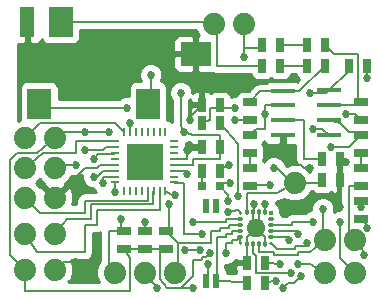
<source format=gtl>
G04 (created by PCBNEW (2013-jul-07)-stable) date Fri 27 Jan 2017 11:51:30 PM EST*
%MOIN*%
G04 Gerber Fmt 3.4, Leading zero omitted, Abs format*
%FSLAX34Y34*%
G01*
G70*
G90*
G04 APERTURE LIST*
%ADD10C,0.00590551*%
%ADD11R,0.0133X0.0133*%
%ADD12O,0.011X0.024*%
%ADD13O,0.0133X0.0133*%
%ADD14O,0.024X0.011*%
%ADD15O,0.0629X0.0629*%
%ADD16R,0.0314X0.0112*%
%ADD17R,0.0112X0.0314*%
%ADD18R,0.124X0.124*%
%ADD19C,0.074*%
%ADD20R,0.045X0.025*%
%ADD21R,0.025X0.045*%
%ADD22R,0.0314X0.0314*%
%ADD23R,0.0236X0.0472*%
%ADD24R,0.0826772X0.0161417*%
%ADD25R,0.0787X0.0984*%
%ADD26R,0.0472X0.0984*%
%ADD27R,0.0984X0.0787*%
%ADD28C,0.027*%
%ADD29C,0.006*%
%ADD30C,0.01*%
G04 APERTURE END LIST*
G54D10*
G54D11*
X16998Y-11599D03*
G54D12*
X16795Y-11575D03*
X16598Y-11575D03*
X16402Y-11575D03*
X16205Y-11575D03*
G54D13*
X16002Y-11602D03*
G54D14*
X15975Y-11805D03*
X15975Y-12002D03*
X15975Y-12198D03*
X15975Y-12395D03*
G54D13*
X16002Y-12598D03*
G54D12*
X16205Y-12625D03*
X16402Y-12625D03*
X16598Y-12625D03*
X16795Y-12625D03*
G54D13*
X16998Y-12598D03*
G54D14*
X17025Y-12395D03*
X17025Y-12198D03*
X17025Y-12002D03*
X17025Y-11805D03*
G54D15*
X16500Y-12100D03*
G54D16*
X13784Y-10588D03*
X13784Y-10392D03*
X13784Y-10195D03*
X13784Y-9998D03*
X13784Y-9802D03*
X13784Y-9605D03*
X13784Y-9408D03*
X13784Y-9212D03*
G54D17*
X13488Y-8916D03*
X13292Y-8916D03*
X13095Y-8916D03*
X12898Y-8916D03*
X12702Y-8916D03*
X12505Y-8916D03*
X12308Y-8916D03*
X12112Y-8916D03*
G54D16*
X11816Y-9212D03*
X11816Y-9408D03*
X11816Y-9605D03*
X11816Y-9802D03*
X11816Y-9998D03*
X11816Y-10195D03*
X11816Y-10392D03*
X11816Y-10588D03*
G54D17*
X12112Y-10884D03*
X12308Y-10884D03*
X12505Y-10884D03*
X12702Y-10884D03*
X12898Y-10884D03*
X13095Y-10884D03*
X13292Y-10884D03*
X13488Y-10884D03*
G54D18*
X12800Y-9900D03*
G54D19*
X8800Y-9100D03*
X9800Y-9100D03*
X8800Y-10100D03*
X9800Y-10100D03*
X8800Y-11100D03*
X9800Y-11100D03*
X15100Y-5300D03*
X16100Y-5300D03*
X9800Y-12300D03*
X8800Y-12300D03*
X8800Y-13500D03*
X9800Y-13500D03*
G54D20*
X16300Y-8500D03*
X16300Y-7900D03*
G54D21*
X17300Y-6700D03*
X16700Y-6700D03*
G54D20*
X20000Y-10700D03*
X20000Y-10100D03*
X16300Y-10700D03*
X16300Y-10100D03*
X16300Y-9600D03*
X16300Y-9000D03*
X20000Y-8500D03*
X20000Y-7900D03*
X20000Y-9600D03*
X20000Y-9000D03*
G54D21*
X18700Y-9800D03*
X19300Y-9800D03*
X18800Y-6000D03*
X18200Y-6000D03*
X18800Y-6700D03*
X18200Y-6700D03*
X17300Y-6000D03*
X16700Y-6000D03*
X15300Y-9400D03*
X14700Y-9400D03*
X19600Y-6700D03*
X20200Y-6700D03*
G54D20*
X20000Y-11800D03*
X20000Y-11200D03*
G54D21*
X15300Y-10200D03*
X14700Y-10200D03*
X15300Y-8000D03*
X14700Y-8000D03*
X14700Y-8600D03*
X15300Y-8600D03*
G54D20*
X12800Y-12800D03*
X12800Y-12200D03*
G54D21*
X19300Y-10500D03*
X18700Y-10500D03*
G54D20*
X13500Y-12800D03*
X13500Y-12200D03*
X12100Y-12800D03*
X12100Y-12200D03*
G54D21*
X16796Y-13267D03*
X16196Y-13267D03*
X16196Y-13937D03*
X16796Y-13937D03*
G54D22*
X14705Y-10700D03*
X15295Y-10700D03*
G54D23*
X14828Y-11384D03*
X15182Y-11384D03*
X15182Y-13864D03*
X14828Y-13864D03*
G54D24*
X17401Y-7551D03*
X17401Y-8019D03*
X17401Y-8519D03*
X17401Y-9019D03*
X18937Y-7519D03*
X18937Y-8019D03*
X18937Y-8519D03*
X18937Y-9019D03*
G54D25*
X9992Y-5242D03*
G54D26*
X8890Y-5242D03*
G54D25*
X9284Y-7958D03*
X12906Y-7958D03*
G54D27*
X14500Y-6305D03*
G54D19*
X13800Y-13600D03*
X12800Y-13600D03*
X11800Y-13600D03*
X18800Y-13600D03*
X19800Y-13600D03*
X19800Y-12500D03*
X18800Y-12500D03*
X17800Y-10600D03*
G54D28*
X18000Y-13700D03*
X17400Y-14100D03*
X14400Y-14100D03*
X14100Y-8900D03*
X11600Y-8900D03*
X14960Y-12952D03*
X15511Y-12952D03*
X18200Y-12600D03*
X20200Y-12100D03*
X10800Y-9500D03*
X10800Y-8900D03*
X14000Y-7600D03*
X18300Y-7600D03*
X13800Y-11000D03*
X19300Y-11900D03*
X18400Y-11900D03*
X14700Y-12300D03*
X17900Y-13300D03*
X17900Y-12300D03*
X13000Y-7000D03*
X16100Y-6400D03*
X18740Y-11456D03*
X16968Y-10669D03*
X12300Y-8600D03*
X10500Y-10000D03*
X20100Y-13000D03*
X17677Y-13602D03*
X17100Y-10100D03*
X14200Y-10300D03*
X11100Y-10400D03*
X14400Y-11900D03*
X13200Y-14100D03*
X12800Y-11900D03*
X11800Y-10900D03*
X13600Y-11300D03*
X11400Y-10600D03*
X12000Y-11800D03*
X15590Y-11574D03*
X14300Y-8500D03*
X15590Y-11220D03*
X16456Y-11299D03*
X15629Y-10590D03*
X15787Y-13543D03*
X17165Y-13858D03*
X14645Y-12834D03*
X14133Y-12834D03*
X10511Y-13228D03*
X14200Y-9500D03*
X17500Y-9800D03*
X19300Y-11400D03*
X20000Y-11400D03*
X18300Y-10100D03*
X18400Y-8800D03*
X20200Y-7100D03*
X19500Y-9900D03*
X15600Y-10000D03*
X11100Y-9800D03*
X15800Y-8100D03*
X12200Y-8100D03*
X16800Y-11300D03*
X15900Y-11042D03*
X17600Y-12500D03*
X17300Y-13300D03*
X14900Y-13300D03*
X19000Y-9400D03*
X15800Y-8500D03*
X16800Y-8300D03*
X19500Y-8300D03*
G54D29*
X17400Y-14100D02*
X17562Y-13937D01*
X17762Y-13937D02*
X18000Y-13700D01*
X17562Y-13937D02*
X17762Y-13937D01*
X8800Y-13500D02*
X8307Y-13007D01*
X9212Y-9606D02*
X9800Y-9100D01*
X9133Y-9606D02*
X9212Y-9606D01*
X8543Y-9606D02*
X9133Y-9606D01*
X8346Y-9803D02*
X8543Y-9606D01*
X8307Y-9803D02*
X8346Y-9803D01*
X8307Y-13007D02*
X8307Y-9803D01*
X14400Y-13188D02*
X14685Y-13188D01*
X14842Y-13070D02*
X14960Y-12952D01*
X14724Y-13070D02*
X14842Y-13070D01*
X14724Y-13149D02*
X14724Y-13070D01*
X14685Y-13188D02*
X14724Y-13149D01*
X13784Y-9998D02*
X13786Y-10000D01*
X13786Y-10000D02*
X14400Y-10000D01*
X14400Y-10000D02*
X14400Y-9800D01*
X14400Y-9800D02*
X15300Y-9800D01*
X15300Y-9800D02*
X15300Y-9400D01*
X14400Y-9000D02*
X15300Y-9000D01*
X15300Y-9000D02*
X15300Y-9400D01*
X14000Y-14100D02*
X14400Y-14100D01*
X10800Y-8900D02*
X11600Y-8900D01*
X18300Y-7600D02*
X18856Y-7600D01*
X18856Y-7600D02*
X18937Y-7519D01*
X13500Y-12800D02*
X13300Y-12900D01*
X15870Y-12500D02*
X15975Y-12395D01*
X15511Y-12952D02*
X15511Y-12598D01*
X15511Y-12598D02*
X15700Y-12600D01*
X15700Y-12600D02*
X15700Y-12500D01*
X15700Y-12500D02*
X15870Y-12500D01*
X14400Y-13700D02*
X14400Y-13188D01*
X14000Y-14100D02*
X14400Y-13700D01*
X13543Y-14094D02*
X14000Y-14100D01*
X13300Y-13800D02*
X13543Y-14094D01*
X13300Y-12900D02*
X13300Y-13800D01*
X15975Y-12395D02*
X15975Y-12571D01*
X15975Y-12571D02*
X16002Y-12598D01*
X16998Y-12598D02*
X17200Y-12800D01*
X17200Y-12800D02*
X17700Y-12800D01*
X17700Y-12800D02*
X17800Y-12800D01*
X17800Y-12800D02*
X17800Y-12700D01*
X17800Y-12700D02*
X18100Y-12700D01*
X18100Y-12700D02*
X18200Y-12600D01*
X20200Y-12000D02*
X20000Y-11800D01*
X20200Y-12100D02*
X20200Y-12000D01*
X12100Y-12800D02*
X12300Y-13100D01*
X12300Y-13100D02*
X12300Y-14200D01*
X12300Y-14200D02*
X8800Y-14200D01*
X8800Y-14200D02*
X8800Y-13500D01*
X9800Y-9100D02*
X10000Y-8900D01*
X10000Y-8900D02*
X10800Y-8900D01*
X11808Y-9400D02*
X11816Y-9408D01*
X11500Y-9400D02*
X11808Y-9400D01*
X11400Y-9500D02*
X11500Y-9400D01*
X10800Y-9500D02*
X11400Y-9500D01*
X13786Y-10000D02*
X14400Y-10000D01*
X18937Y-7519D02*
X19600Y-6856D01*
X19600Y-6856D02*
X19600Y-6700D01*
X12800Y-12800D02*
X13500Y-12800D01*
X12800Y-12800D02*
X12100Y-12800D01*
X14100Y-8900D02*
X14100Y-8900D01*
X14400Y-9000D02*
X14100Y-8900D01*
X14100Y-8900D02*
X14000Y-8700D01*
X14000Y-8700D02*
X14000Y-8700D01*
X14000Y-8700D02*
X14000Y-7600D01*
X8800Y-11100D02*
X9300Y-11600D01*
X9300Y-11600D02*
X10800Y-11600D01*
X12898Y-10884D02*
X12900Y-10886D01*
X10800Y-11200D02*
X10800Y-11600D01*
X12900Y-11200D02*
X10800Y-11200D01*
X12900Y-10886D02*
X12900Y-11200D01*
X13488Y-10884D02*
X13704Y-11000D01*
X13704Y-11000D02*
X13800Y-11000D01*
X17025Y-12002D02*
X17027Y-12000D01*
X19300Y-13100D02*
X19800Y-13600D01*
X19300Y-11900D02*
X19300Y-13100D01*
X17700Y-11900D02*
X18400Y-11900D01*
X17700Y-12000D02*
X17700Y-11900D01*
X17027Y-12000D02*
X17700Y-12000D01*
X13784Y-10588D02*
X13796Y-10600D01*
X14100Y-12300D02*
X14700Y-12300D01*
X14100Y-10600D02*
X14100Y-12300D01*
X13796Y-10600D02*
X14100Y-10600D01*
X17025Y-12198D02*
X17027Y-12200D01*
X18300Y-13300D02*
X18800Y-13600D01*
X17900Y-13300D02*
X18300Y-13300D01*
X17900Y-12200D02*
X17900Y-12300D01*
X17027Y-12200D02*
X17900Y-12200D01*
X16100Y-6100D02*
X16100Y-6400D01*
X13000Y-7864D02*
X12906Y-7958D01*
X13000Y-7000D02*
X13000Y-7864D01*
X16100Y-5300D02*
X16100Y-6100D01*
X16600Y-6100D02*
X16700Y-6000D01*
X16100Y-6100D02*
X16600Y-6100D01*
X16330Y-10669D02*
X16968Y-10669D01*
X16300Y-10700D02*
X16330Y-10669D01*
X18740Y-12440D02*
X18800Y-12500D01*
X18740Y-11456D02*
X18740Y-12440D01*
X17100Y-12900D02*
X17100Y-13000D01*
X16600Y-12627D02*
X16600Y-12900D01*
X17900Y-12900D02*
X18300Y-12900D01*
X16600Y-12900D02*
X17100Y-12900D01*
X18300Y-12900D02*
X18800Y-12500D01*
X16598Y-12625D02*
X16600Y-12627D01*
X17100Y-13000D02*
X17900Y-13000D01*
X17900Y-13000D02*
X17900Y-12900D01*
X11796Y-8600D02*
X9300Y-8600D01*
X9300Y-8600D02*
X8800Y-9100D01*
X12112Y-8916D02*
X11796Y-8600D01*
X9800Y-10100D02*
X9900Y-10000D01*
X12300Y-8908D02*
X12308Y-8916D01*
X12300Y-8600D02*
X12300Y-8908D01*
X9900Y-10000D02*
X10500Y-10000D01*
X15100Y-5300D02*
X15042Y-5242D01*
X15042Y-5242D02*
X9992Y-5242D01*
X15100Y-5300D02*
X15200Y-5400D01*
X15200Y-6700D02*
X16700Y-6700D01*
X15200Y-5400D02*
X15200Y-6700D01*
X16402Y-12625D02*
X16400Y-12627D01*
X16400Y-12627D02*
X16400Y-12915D01*
X20100Y-13000D02*
X20100Y-12900D01*
X20100Y-12900D02*
X19800Y-12500D01*
X16496Y-13602D02*
X17677Y-13602D01*
X16496Y-13031D02*
X16496Y-13602D01*
X16400Y-12935D02*
X16496Y-13031D01*
X16400Y-12915D02*
X16400Y-12935D01*
X20000Y-10700D02*
X19600Y-10700D01*
X19600Y-12300D02*
X19800Y-12500D01*
X19600Y-10700D02*
X19600Y-12300D01*
X16402Y-12625D02*
X16400Y-12627D01*
X13784Y-10195D02*
X13789Y-10200D01*
X17600Y-10400D02*
X17800Y-10600D01*
X17500Y-10400D02*
X17600Y-10400D01*
X17200Y-10100D02*
X17500Y-10400D01*
X17100Y-10100D02*
X17200Y-10100D01*
X14200Y-10200D02*
X14200Y-10300D01*
X13789Y-10200D02*
X14200Y-10200D01*
X16205Y-11575D02*
X16200Y-11570D01*
X17200Y-10944D02*
X17800Y-10600D01*
X16200Y-10944D02*
X17200Y-10944D01*
X16200Y-11570D02*
X16200Y-10944D01*
X18700Y-10500D02*
X18600Y-10600D01*
X18600Y-10600D02*
X17800Y-10600D01*
X9800Y-12300D02*
X10200Y-11800D01*
X13079Y-10899D02*
X13095Y-10884D01*
X13079Y-11320D02*
X13079Y-10899D01*
X11000Y-11320D02*
X13079Y-11320D01*
X11000Y-11400D02*
X11000Y-11320D01*
X11000Y-11800D02*
X11000Y-11400D01*
X10900Y-11800D02*
X11000Y-11800D01*
X10200Y-11800D02*
X10900Y-11800D01*
X8800Y-10100D02*
X9409Y-9606D01*
X11804Y-9200D02*
X11816Y-9212D01*
X10500Y-9200D02*
X11804Y-9200D01*
X10500Y-9600D02*
X10500Y-9200D01*
X9409Y-9606D02*
X10500Y-9600D01*
X11400Y-10200D02*
X11811Y-10200D01*
X11200Y-10400D02*
X11400Y-10200D01*
X11100Y-10400D02*
X11200Y-10400D01*
X11811Y-10200D02*
X11816Y-10195D01*
X11811Y-10200D02*
X11816Y-10195D01*
X11811Y-10200D02*
X11816Y-10195D01*
X11811Y-10200D02*
X11816Y-10195D01*
X11811Y-10200D02*
X11816Y-10195D01*
X11811Y-10200D02*
X11816Y-10195D01*
X15975Y-11805D02*
X15970Y-11800D01*
X15970Y-11800D02*
X15500Y-11800D01*
X15500Y-11800D02*
X15500Y-11900D01*
X15500Y-11900D02*
X14400Y-11900D01*
X13200Y-14100D02*
X12800Y-13600D01*
X12800Y-12200D02*
X12800Y-11900D01*
X13900Y-12600D02*
X13900Y-13200D01*
X13900Y-13500D02*
X13800Y-13600D01*
X13900Y-13200D02*
X13900Y-13500D01*
X11800Y-10604D02*
X11816Y-10588D01*
X11800Y-10700D02*
X11800Y-10604D01*
X11800Y-10900D02*
X11800Y-10700D01*
X13500Y-12200D02*
X13600Y-12100D01*
X13600Y-12100D02*
X13600Y-11300D01*
X13900Y-12600D02*
X15000Y-12600D01*
X15973Y-12000D02*
X15975Y-12002D01*
X15600Y-12000D02*
X15973Y-12000D01*
X15600Y-12100D02*
X15600Y-12000D01*
X15500Y-12100D02*
X15600Y-12100D01*
X15300Y-12100D02*
X15500Y-12100D01*
X15300Y-12200D02*
X15300Y-12100D01*
X15000Y-12200D02*
X15300Y-12200D01*
X15000Y-12600D02*
X15000Y-12200D01*
X13500Y-12200D02*
X13900Y-12600D01*
X13900Y-12600D02*
X13900Y-12600D01*
X11808Y-10400D02*
X11816Y-10392D01*
X11400Y-10400D02*
X11808Y-10400D01*
X11400Y-10600D02*
X11400Y-10400D01*
X16002Y-11602D02*
X15900Y-11500D01*
X12000Y-12100D02*
X12100Y-12200D01*
X12000Y-11800D02*
X12000Y-12100D01*
X15900Y-11500D02*
X15590Y-11574D01*
X12100Y-12200D02*
X11600Y-12200D01*
X11600Y-13300D02*
X11800Y-13600D01*
X11600Y-12200D02*
X11600Y-13300D01*
X13292Y-10884D02*
X13300Y-10892D01*
X9200Y-12900D02*
X8800Y-12300D01*
X10800Y-12900D02*
X9200Y-12900D01*
X10800Y-12000D02*
X10800Y-12900D01*
X11200Y-12000D02*
X10800Y-12000D01*
X11200Y-11500D02*
X11200Y-12000D01*
X13300Y-11500D02*
X11200Y-11500D01*
X13300Y-10892D02*
X13300Y-11500D01*
X14300Y-8500D02*
X14300Y-8400D01*
X14300Y-8400D02*
X14600Y-8100D01*
X14600Y-8100D02*
X14700Y-8000D01*
X15590Y-10995D02*
X15295Y-10700D01*
X15590Y-11220D02*
X15590Y-10995D01*
X16402Y-11575D02*
X16456Y-11520D01*
X16456Y-11520D02*
X16456Y-11299D01*
X15629Y-10590D02*
X15404Y-10590D01*
X15404Y-10590D02*
X15295Y-10700D01*
X16205Y-12625D02*
X16196Y-12633D01*
X16196Y-12633D02*
X16196Y-13267D01*
X15787Y-13543D02*
X15787Y-13267D01*
X15787Y-13267D02*
X16196Y-13267D01*
X16837Y-13895D02*
X17165Y-13858D01*
X16796Y-13937D02*
X16837Y-13895D01*
X14645Y-12834D02*
X14133Y-12834D01*
X10071Y-13228D02*
X9800Y-13500D01*
X10511Y-13228D02*
X10071Y-13228D01*
X13784Y-9802D02*
X13786Y-9800D01*
X13786Y-9800D02*
X14200Y-9800D01*
X14200Y-9800D02*
X14200Y-9500D01*
X14600Y-9500D02*
X14700Y-9400D01*
X14200Y-9500D02*
X14600Y-9500D01*
X11816Y-9998D02*
X11814Y-10000D01*
X10800Y-10100D02*
X9800Y-11100D01*
X11200Y-10100D02*
X10800Y-10100D01*
X11300Y-10000D02*
X11200Y-10100D01*
X11814Y-10000D02*
X11300Y-10000D01*
X16402Y-11575D02*
X16400Y-11577D01*
X16400Y-12000D02*
X16500Y-12100D01*
X16400Y-11800D02*
X16400Y-12000D01*
X16400Y-11577D02*
X16400Y-11800D01*
X16598Y-11575D02*
X16600Y-11577D01*
X16600Y-11800D02*
X16500Y-12100D01*
X16600Y-11577D02*
X16600Y-11800D01*
X16205Y-12625D02*
X16200Y-12620D01*
X16200Y-12400D02*
X16500Y-12100D01*
X16200Y-12620D02*
X16200Y-12400D01*
X16795Y-12625D02*
X16800Y-12620D01*
X16800Y-12400D02*
X16500Y-12100D01*
X16800Y-12620D02*
X16800Y-12400D01*
X20000Y-11200D02*
X20000Y-11400D01*
X19300Y-11400D02*
X19300Y-10500D01*
X17900Y-10000D02*
X17500Y-10000D01*
X18300Y-10100D02*
X18100Y-10100D01*
X18100Y-10100D02*
X18000Y-10000D01*
X18000Y-10000D02*
X17900Y-10000D01*
X17500Y-9118D02*
X17401Y-9019D01*
X17500Y-10000D02*
X17500Y-9800D01*
X17500Y-9800D02*
X17500Y-9118D01*
X18937Y-9019D02*
X18717Y-8800D01*
X18717Y-8800D02*
X18400Y-8800D01*
X19300Y-9800D02*
X19400Y-9900D01*
X20200Y-7100D02*
X20200Y-6700D01*
X19400Y-9900D02*
X19500Y-9900D01*
X20000Y-9600D02*
X20000Y-10100D01*
X18800Y-6000D02*
X19100Y-6300D01*
X19900Y-7800D02*
X20000Y-7900D01*
X19900Y-6300D02*
X19900Y-7800D01*
X19100Y-6300D02*
X19900Y-6300D01*
X18937Y-8019D02*
X18956Y-8000D01*
X19900Y-8000D02*
X20000Y-7900D01*
X18956Y-8000D02*
X19900Y-8000D01*
X16300Y-9600D02*
X16300Y-10100D01*
X11775Y-9645D02*
X11816Y-9605D01*
X11454Y-9645D02*
X11775Y-9645D01*
X11254Y-9645D02*
X11454Y-9645D01*
X11100Y-9800D02*
X11254Y-9645D01*
X11811Y-9600D02*
X11816Y-9605D01*
X15300Y-10200D02*
X15400Y-10100D01*
X15400Y-10100D02*
X15600Y-10000D01*
X11811Y-9600D02*
X11816Y-9605D01*
X15300Y-8000D02*
X15200Y-8100D01*
X15200Y-8100D02*
X14978Y-8100D01*
X14978Y-8100D02*
X14978Y-8500D01*
X14978Y-8500D02*
X14700Y-8600D01*
X9284Y-7958D02*
X9426Y-8100D01*
X15400Y-8100D02*
X15300Y-8000D01*
X15800Y-8100D02*
X15400Y-8100D01*
X9426Y-8100D02*
X12200Y-8100D01*
X15300Y-8600D02*
X15900Y-9300D01*
X16800Y-11570D02*
X16795Y-11575D01*
X16800Y-11300D02*
X16800Y-11570D01*
X15900Y-9300D02*
X15900Y-11042D01*
X14705Y-10700D02*
X14700Y-10695D01*
X14700Y-10695D02*
X14700Y-10200D01*
X17501Y-12401D02*
X17600Y-12500D01*
X17031Y-12401D02*
X17501Y-12401D01*
X17025Y-12395D02*
X17031Y-12401D01*
X14828Y-13864D02*
X14900Y-13792D01*
X16896Y-13267D02*
X16796Y-13267D01*
X17300Y-13300D02*
X16896Y-13267D01*
X14900Y-13792D02*
X14900Y-13300D01*
X16196Y-13937D02*
X16160Y-13901D01*
X16160Y-13901D02*
X15182Y-13864D01*
X15975Y-12198D02*
X15973Y-12200D01*
X15200Y-13846D02*
X15182Y-13864D01*
X15200Y-12400D02*
X15200Y-13846D01*
X15300Y-12400D02*
X15200Y-12400D01*
X15500Y-12400D02*
X15300Y-12400D01*
X15500Y-12300D02*
X15500Y-12400D01*
X15700Y-12300D02*
X15500Y-12300D01*
X15700Y-12200D02*
X15700Y-12300D01*
X15973Y-12200D02*
X15700Y-12200D01*
X17401Y-8519D02*
X17421Y-8500D01*
X18100Y-9800D02*
X18700Y-9800D01*
X18100Y-8500D02*
X18100Y-9800D01*
X17421Y-8500D02*
X18100Y-8500D01*
X16300Y-8500D02*
X15800Y-8500D01*
X19600Y-9400D02*
X20000Y-9000D01*
X19000Y-9400D02*
X19600Y-9400D01*
X20000Y-9000D02*
X19900Y-8900D01*
X19300Y-8600D02*
X18937Y-8519D01*
X19600Y-8900D02*
X19300Y-8600D01*
X19900Y-8900D02*
X19600Y-8900D01*
X16800Y-8300D02*
X16800Y-8800D01*
X16500Y-8800D02*
X16300Y-9000D01*
X16800Y-8800D02*
X16500Y-8800D01*
X20000Y-8500D02*
X19800Y-8300D01*
X17381Y-8000D02*
X17401Y-8019D01*
X16800Y-8000D02*
X17381Y-8000D01*
X16800Y-8300D02*
X16800Y-8000D01*
X19800Y-8300D02*
X19500Y-8300D01*
X17300Y-6700D02*
X18200Y-6700D01*
X16300Y-7900D02*
X16648Y-7551D01*
X16648Y-7551D02*
X17401Y-7551D01*
X18800Y-6700D02*
X17948Y-7551D01*
X17948Y-7551D02*
X17401Y-7551D01*
X17300Y-6000D02*
X18200Y-6000D01*
G54D10*
G36*
X9876Y-13505D02*
X9805Y-13576D01*
X9800Y-13570D01*
X9794Y-13576D01*
X9723Y-13505D01*
X9729Y-13500D01*
X9723Y-13494D01*
X9794Y-13423D01*
X9800Y-13429D01*
X9805Y-13423D01*
X9876Y-13494D01*
X9870Y-13500D01*
X9876Y-13505D01*
X9876Y-13505D01*
G37*
G54D30*
X9876Y-13505D02*
X9805Y-13576D01*
X9800Y-13570D01*
X9794Y-13576D01*
X9723Y-13505D01*
X9729Y-13500D01*
X9723Y-13494D01*
X9794Y-13423D01*
X9800Y-13429D01*
X9805Y-13423D01*
X9876Y-13494D01*
X9870Y-13500D01*
X9876Y-13505D01*
G54D10*
G36*
X11175Y-10920D02*
X10800Y-10920D01*
X10692Y-10941D01*
X10602Y-11002D01*
X10541Y-11092D01*
X10520Y-11200D01*
X10520Y-11320D01*
X10379Y-11320D01*
X10424Y-11198D01*
X10414Y-10952D01*
X10339Y-10770D01*
X10236Y-10734D01*
X9870Y-11100D01*
X9876Y-11105D01*
X9805Y-11176D01*
X9800Y-11170D01*
X9794Y-11176D01*
X9723Y-11105D01*
X9729Y-11100D01*
X9363Y-10734D01*
X9324Y-10747D01*
X9176Y-10599D01*
X9300Y-10476D01*
X9447Y-10624D01*
X9434Y-10663D01*
X9800Y-11029D01*
X10165Y-10663D01*
X10152Y-10624D01*
X10325Y-10451D01*
X10363Y-10360D01*
X10423Y-10384D01*
X10576Y-10385D01*
X10715Y-10327D01*
X10714Y-10476D01*
X10773Y-10617D01*
X10881Y-10726D01*
X11023Y-10784D01*
X11059Y-10784D01*
X11073Y-10817D01*
X11175Y-10920D01*
X11175Y-10920D01*
G37*
G54D30*
X11175Y-10920D02*
X10800Y-10920D01*
X10692Y-10941D01*
X10602Y-11002D01*
X10541Y-11092D01*
X10520Y-11200D01*
X10520Y-11320D01*
X10379Y-11320D01*
X10424Y-11198D01*
X10414Y-10952D01*
X10339Y-10770D01*
X10236Y-10734D01*
X9870Y-11100D01*
X9876Y-11105D01*
X9805Y-11176D01*
X9800Y-11170D01*
X9794Y-11176D01*
X9723Y-11105D01*
X9729Y-11100D01*
X9363Y-10734D01*
X9324Y-10747D01*
X9176Y-10599D01*
X9300Y-10476D01*
X9447Y-10624D01*
X9434Y-10663D01*
X9800Y-11029D01*
X10165Y-10663D01*
X10152Y-10624D01*
X10325Y-10451D01*
X10363Y-10360D01*
X10423Y-10384D01*
X10576Y-10385D01*
X10715Y-10327D01*
X10714Y-10476D01*
X10773Y-10617D01*
X10881Y-10726D01*
X11023Y-10784D01*
X11059Y-10784D01*
X11073Y-10817D01*
X11175Y-10920D01*
G54D10*
G36*
X11320Y-13203D02*
X11274Y-13248D01*
X11180Y-13476D01*
X11179Y-13722D01*
X11261Y-13920D01*
X10272Y-13920D01*
X10281Y-13910D01*
X10236Y-13865D01*
X10339Y-13829D01*
X10424Y-13598D01*
X10414Y-13352D01*
X10343Y-13180D01*
X10800Y-13180D01*
X10907Y-13158D01*
X10997Y-13097D01*
X11058Y-13007D01*
X11080Y-12900D01*
X11080Y-12280D01*
X11200Y-12280D01*
X11307Y-12258D01*
X11320Y-12250D01*
X11320Y-13203D01*
X11320Y-13203D01*
G37*
G54D30*
X11320Y-13203D02*
X11274Y-13248D01*
X11180Y-13476D01*
X11179Y-13722D01*
X11261Y-13920D01*
X10272Y-13920D01*
X10281Y-13910D01*
X10236Y-13865D01*
X10339Y-13829D01*
X10424Y-13598D01*
X10414Y-13352D01*
X10343Y-13180D01*
X10800Y-13180D01*
X10907Y-13158D01*
X10997Y-13097D01*
X11058Y-13007D01*
X11080Y-12900D01*
X11080Y-12280D01*
X11200Y-12280D01*
X11307Y-12258D01*
X11320Y-12250D01*
X11320Y-13203D01*
G54D10*
G36*
X14757Y-9450D02*
X14750Y-9450D01*
X14750Y-9457D01*
X14650Y-9457D01*
X14650Y-9450D01*
X14387Y-9450D01*
X14325Y-9512D01*
X14324Y-9534D01*
X14292Y-9541D01*
X14202Y-9602D01*
X14191Y-9618D01*
X14191Y-9611D01*
X14191Y-9499D01*
X14190Y-9499D01*
X14191Y-9414D01*
X14191Y-9302D01*
X14190Y-9302D01*
X14190Y-9278D01*
X14262Y-9249D01*
X14311Y-9265D01*
X14324Y-9267D01*
X14325Y-9287D01*
X14387Y-9350D01*
X14650Y-9350D01*
X14650Y-9342D01*
X14750Y-9342D01*
X14750Y-9350D01*
X14757Y-9350D01*
X14757Y-9450D01*
X14757Y-9450D01*
G37*
G54D30*
X14757Y-9450D02*
X14750Y-9450D01*
X14750Y-9457D01*
X14650Y-9457D01*
X14650Y-9450D01*
X14387Y-9450D01*
X14325Y-9512D01*
X14324Y-9534D01*
X14292Y-9541D01*
X14202Y-9602D01*
X14191Y-9618D01*
X14191Y-9611D01*
X14191Y-9499D01*
X14190Y-9499D01*
X14191Y-9414D01*
X14191Y-9302D01*
X14190Y-9302D01*
X14190Y-9278D01*
X14262Y-9249D01*
X14311Y-9265D01*
X14324Y-9267D01*
X14325Y-9287D01*
X14387Y-9350D01*
X14650Y-9350D01*
X14650Y-9342D01*
X14750Y-9342D01*
X14750Y-9350D01*
X14757Y-9350D01*
X14757Y-9450D01*
G54D10*
G36*
X15352Y-10750D02*
X15345Y-10750D01*
X15345Y-10757D01*
X15245Y-10757D01*
X15245Y-10750D01*
X15237Y-10750D01*
X15237Y-10675D01*
X15352Y-10675D01*
X15352Y-10750D01*
X15352Y-10750D01*
G37*
G54D30*
X15352Y-10750D02*
X15345Y-10750D01*
X15345Y-10757D01*
X15245Y-10757D01*
X15245Y-10750D01*
X15237Y-10750D01*
X15237Y-10675D01*
X15352Y-10675D01*
X15352Y-10750D01*
G54D10*
G36*
X16216Y-13325D02*
X16146Y-13325D01*
X16146Y-13317D01*
X15883Y-13317D01*
X15821Y-13380D01*
X15821Y-13443D01*
X15821Y-13542D01*
X15845Y-13602D01*
X15843Y-13609D01*
X15550Y-13597D01*
X15550Y-13578D01*
X15512Y-13486D01*
X15480Y-13454D01*
X15480Y-13337D01*
X15588Y-13337D01*
X15729Y-13279D01*
X15837Y-13171D01*
X15883Y-13217D01*
X16146Y-13217D01*
X16146Y-13209D01*
X16216Y-13209D01*
X16216Y-13325D01*
X16216Y-13325D01*
G37*
G54D30*
X16216Y-13325D02*
X16146Y-13325D01*
X16146Y-13317D01*
X15883Y-13317D01*
X15821Y-13380D01*
X15821Y-13443D01*
X15821Y-13542D01*
X15845Y-13602D01*
X15843Y-13609D01*
X15550Y-13597D01*
X15550Y-13578D01*
X15512Y-13486D01*
X15480Y-13454D01*
X15480Y-13337D01*
X15588Y-13337D01*
X15729Y-13279D01*
X15837Y-13171D01*
X15883Y-13217D01*
X16146Y-13217D01*
X16146Y-13209D01*
X16216Y-13209D01*
X16216Y-13325D01*
G54D10*
G36*
X16557Y-12150D02*
X16550Y-12150D01*
X16550Y-12157D01*
X16450Y-12157D01*
X16450Y-12150D01*
X16442Y-12150D01*
X16442Y-12050D01*
X16450Y-12050D01*
X16450Y-12042D01*
X16550Y-12042D01*
X16550Y-12050D01*
X16557Y-12050D01*
X16557Y-12150D01*
X16557Y-12150D01*
G37*
G54D30*
X16557Y-12150D02*
X16550Y-12150D01*
X16550Y-12157D01*
X16450Y-12157D01*
X16450Y-12150D01*
X16442Y-12150D01*
X16442Y-12050D01*
X16450Y-12050D01*
X16450Y-12042D01*
X16550Y-12042D01*
X16550Y-12050D01*
X16557Y-12050D01*
X16557Y-12150D01*
G54D10*
G36*
X16853Y-13930D02*
X16738Y-13930D01*
X16738Y-13887D01*
X16746Y-13887D01*
X16746Y-13882D01*
X16846Y-13882D01*
X16846Y-13887D01*
X16853Y-13887D01*
X16853Y-13930D01*
X16853Y-13930D01*
G37*
G54D30*
X16853Y-13930D02*
X16738Y-13930D01*
X16738Y-13887D01*
X16746Y-13887D01*
X16746Y-13882D01*
X16846Y-13882D01*
X16846Y-13887D01*
X16853Y-13887D01*
X16853Y-13930D01*
G54D10*
G36*
X17890Y-9980D02*
X17677Y-9979D01*
X17534Y-10038D01*
X17460Y-9964D01*
X17426Y-9882D01*
X17318Y-9773D01*
X17176Y-9715D01*
X17023Y-9714D01*
X16882Y-9773D01*
X16773Y-9881D01*
X16765Y-9902D01*
X16743Y-9849D01*
X16774Y-9774D01*
X16775Y-9675D01*
X16775Y-9425D01*
X16737Y-9333D01*
X16703Y-9300D01*
X16736Y-9266D01*
X16761Y-9206D01*
X16776Y-9241D01*
X16846Y-9312D01*
X16938Y-9350D01*
X17037Y-9350D01*
X17289Y-9350D01*
X17351Y-9287D01*
X17351Y-9060D01*
X17343Y-9060D01*
X17343Y-8979D01*
X17351Y-8979D01*
X17351Y-8961D01*
X17451Y-8961D01*
X17451Y-8979D01*
X17459Y-8979D01*
X17459Y-9060D01*
X17451Y-9060D01*
X17451Y-9287D01*
X17514Y-9350D01*
X17765Y-9350D01*
X17820Y-9350D01*
X17820Y-9800D01*
X17841Y-9907D01*
X17890Y-9980D01*
X17890Y-9980D01*
G37*
G54D30*
X17890Y-9980D02*
X17677Y-9979D01*
X17534Y-10038D01*
X17460Y-9964D01*
X17426Y-9882D01*
X17318Y-9773D01*
X17176Y-9715D01*
X17023Y-9714D01*
X16882Y-9773D01*
X16773Y-9881D01*
X16765Y-9902D01*
X16743Y-9849D01*
X16774Y-9774D01*
X16775Y-9675D01*
X16775Y-9425D01*
X16737Y-9333D01*
X16703Y-9300D01*
X16736Y-9266D01*
X16761Y-9206D01*
X16776Y-9241D01*
X16846Y-9312D01*
X16938Y-9350D01*
X17037Y-9350D01*
X17289Y-9350D01*
X17351Y-9287D01*
X17351Y-9060D01*
X17343Y-9060D01*
X17343Y-8979D01*
X17351Y-8979D01*
X17351Y-8961D01*
X17451Y-8961D01*
X17451Y-8979D01*
X17459Y-8979D01*
X17459Y-9060D01*
X17451Y-9060D01*
X17451Y-9287D01*
X17514Y-9350D01*
X17765Y-9350D01*
X17820Y-9350D01*
X17820Y-9800D01*
X17841Y-9907D01*
X17890Y-9980D01*
G54D10*
G36*
X17957Y-7146D02*
X17878Y-7225D01*
X17864Y-7220D01*
X17765Y-7220D01*
X16938Y-7220D01*
X16846Y-7258D01*
X16833Y-7271D01*
X16648Y-7271D01*
X16559Y-7288D01*
X16541Y-7292D01*
X16450Y-7353D01*
X16279Y-7524D01*
X16025Y-7524D01*
X15933Y-7562D01*
X15863Y-7633D01*
X15829Y-7715D01*
X15723Y-7714D01*
X15675Y-7735D01*
X15675Y-7725D01*
X15637Y-7633D01*
X15566Y-7563D01*
X15474Y-7525D01*
X15375Y-7524D01*
X15125Y-7524D01*
X15033Y-7562D01*
X15000Y-7596D01*
X14966Y-7562D01*
X14874Y-7524D01*
X14812Y-7525D01*
X14750Y-7587D01*
X14750Y-7948D01*
X14720Y-7992D01*
X14707Y-8057D01*
X14650Y-8057D01*
X14650Y-8050D01*
X14387Y-8050D01*
X14325Y-8112D01*
X14324Y-8175D01*
X14325Y-8274D01*
X14335Y-8300D01*
X14325Y-8325D01*
X14324Y-8424D01*
X14324Y-8580D01*
X14318Y-8573D01*
X14280Y-8557D01*
X14280Y-7864D01*
X14324Y-7819D01*
X14324Y-7824D01*
X14325Y-7887D01*
X14387Y-7950D01*
X14650Y-7950D01*
X14650Y-7587D01*
X14587Y-7525D01*
X14525Y-7524D01*
X14450Y-7556D01*
X14450Y-6886D01*
X14450Y-6355D01*
X14450Y-6255D01*
X14450Y-5724D01*
X14387Y-5661D01*
X14057Y-5661D01*
X13958Y-5661D01*
X13866Y-5699D01*
X13795Y-5770D01*
X13757Y-5861D01*
X13758Y-6192D01*
X13820Y-6255D01*
X14450Y-6255D01*
X14450Y-6355D01*
X13820Y-6355D01*
X13758Y-6417D01*
X13757Y-6748D01*
X13795Y-6839D01*
X13866Y-6910D01*
X13958Y-6948D01*
X14057Y-6948D01*
X14387Y-6948D01*
X14450Y-6886D01*
X14450Y-7556D01*
X14433Y-7562D01*
X14384Y-7611D01*
X14385Y-7523D01*
X14326Y-7382D01*
X14218Y-7273D01*
X14076Y-7215D01*
X13923Y-7214D01*
X13782Y-7273D01*
X13673Y-7381D01*
X13615Y-7523D01*
X13614Y-7676D01*
X13673Y-7817D01*
X13720Y-7864D01*
X13720Y-8581D01*
X13685Y-8547D01*
X13593Y-8509D01*
X13545Y-8509D01*
X13549Y-8499D01*
X13549Y-8400D01*
X13549Y-7416D01*
X13511Y-7324D01*
X13441Y-7254D01*
X13349Y-7216D01*
X13327Y-7216D01*
X13384Y-7076D01*
X13385Y-6923D01*
X13326Y-6782D01*
X13218Y-6673D01*
X13076Y-6615D01*
X12923Y-6614D01*
X12782Y-6673D01*
X12673Y-6781D01*
X12615Y-6923D01*
X12614Y-7076D01*
X12672Y-7215D01*
X12462Y-7215D01*
X12371Y-7253D01*
X12300Y-7324D01*
X12262Y-7416D01*
X12262Y-7515D01*
X12262Y-7715D01*
X12123Y-7714D01*
X11982Y-7773D01*
X11935Y-7820D01*
X9927Y-7820D01*
X9927Y-7416D01*
X9889Y-7324D01*
X9819Y-7254D01*
X9727Y-7216D01*
X9627Y-7215D01*
X8840Y-7215D01*
X8749Y-7253D01*
X8678Y-7324D01*
X8640Y-7416D01*
X8640Y-7515D01*
X8640Y-8495D01*
X8569Y-8524D01*
X8569Y-5969D01*
X8604Y-5984D01*
X8777Y-5984D01*
X8840Y-5921D01*
X8840Y-5292D01*
X8832Y-5292D01*
X8832Y-5192D01*
X8840Y-5192D01*
X8840Y-5184D01*
X8940Y-5184D01*
X8940Y-5192D01*
X8947Y-5192D01*
X8947Y-5292D01*
X8940Y-5292D01*
X8940Y-5921D01*
X9002Y-5984D01*
X9175Y-5984D01*
X9267Y-5946D01*
X9337Y-5875D01*
X9362Y-5816D01*
X9386Y-5875D01*
X9456Y-5945D01*
X9548Y-5983D01*
X9648Y-5984D01*
X10435Y-5984D01*
X10526Y-5946D01*
X10597Y-5875D01*
X10635Y-5783D01*
X10635Y-5684D01*
X10635Y-5522D01*
X14520Y-5522D01*
X14574Y-5650D01*
X14598Y-5675D01*
X14550Y-5724D01*
X14550Y-6255D01*
X14557Y-6255D01*
X14557Y-6355D01*
X14550Y-6355D01*
X14550Y-6886D01*
X14612Y-6948D01*
X14942Y-6948D01*
X15041Y-6948D01*
X15063Y-6939D01*
X15092Y-6958D01*
X15200Y-6980D01*
X16327Y-6980D01*
X16362Y-7066D01*
X16433Y-7136D01*
X16525Y-7174D01*
X16624Y-7175D01*
X16874Y-7175D01*
X16966Y-7137D01*
X16999Y-7103D01*
X17033Y-7136D01*
X17125Y-7174D01*
X17224Y-7175D01*
X17474Y-7175D01*
X17566Y-7137D01*
X17636Y-7066D01*
X17672Y-6980D01*
X17827Y-6980D01*
X17862Y-7066D01*
X17933Y-7136D01*
X17957Y-7146D01*
X17957Y-7146D01*
G37*
G54D30*
X17957Y-7146D02*
X17878Y-7225D01*
X17864Y-7220D01*
X17765Y-7220D01*
X16938Y-7220D01*
X16846Y-7258D01*
X16833Y-7271D01*
X16648Y-7271D01*
X16559Y-7288D01*
X16541Y-7292D01*
X16450Y-7353D01*
X16279Y-7524D01*
X16025Y-7524D01*
X15933Y-7562D01*
X15863Y-7633D01*
X15829Y-7715D01*
X15723Y-7714D01*
X15675Y-7735D01*
X15675Y-7725D01*
X15637Y-7633D01*
X15566Y-7563D01*
X15474Y-7525D01*
X15375Y-7524D01*
X15125Y-7524D01*
X15033Y-7562D01*
X15000Y-7596D01*
X14966Y-7562D01*
X14874Y-7524D01*
X14812Y-7525D01*
X14750Y-7587D01*
X14750Y-7948D01*
X14720Y-7992D01*
X14707Y-8057D01*
X14650Y-8057D01*
X14650Y-8050D01*
X14387Y-8050D01*
X14325Y-8112D01*
X14324Y-8175D01*
X14325Y-8274D01*
X14335Y-8300D01*
X14325Y-8325D01*
X14324Y-8424D01*
X14324Y-8580D01*
X14318Y-8573D01*
X14280Y-8557D01*
X14280Y-7864D01*
X14324Y-7819D01*
X14324Y-7824D01*
X14325Y-7887D01*
X14387Y-7950D01*
X14650Y-7950D01*
X14650Y-7587D01*
X14587Y-7525D01*
X14525Y-7524D01*
X14450Y-7556D01*
X14450Y-6886D01*
X14450Y-6355D01*
X14450Y-6255D01*
X14450Y-5724D01*
X14387Y-5661D01*
X14057Y-5661D01*
X13958Y-5661D01*
X13866Y-5699D01*
X13795Y-5770D01*
X13757Y-5861D01*
X13758Y-6192D01*
X13820Y-6255D01*
X14450Y-6255D01*
X14450Y-6355D01*
X13820Y-6355D01*
X13758Y-6417D01*
X13757Y-6748D01*
X13795Y-6839D01*
X13866Y-6910D01*
X13958Y-6948D01*
X14057Y-6948D01*
X14387Y-6948D01*
X14450Y-6886D01*
X14450Y-7556D01*
X14433Y-7562D01*
X14384Y-7611D01*
X14385Y-7523D01*
X14326Y-7382D01*
X14218Y-7273D01*
X14076Y-7215D01*
X13923Y-7214D01*
X13782Y-7273D01*
X13673Y-7381D01*
X13615Y-7523D01*
X13614Y-7676D01*
X13673Y-7817D01*
X13720Y-7864D01*
X13720Y-8581D01*
X13685Y-8547D01*
X13593Y-8509D01*
X13545Y-8509D01*
X13549Y-8499D01*
X13549Y-8400D01*
X13549Y-7416D01*
X13511Y-7324D01*
X13441Y-7254D01*
X13349Y-7216D01*
X13327Y-7216D01*
X13384Y-7076D01*
X13385Y-6923D01*
X13326Y-6782D01*
X13218Y-6673D01*
X13076Y-6615D01*
X12923Y-6614D01*
X12782Y-6673D01*
X12673Y-6781D01*
X12615Y-6923D01*
X12614Y-7076D01*
X12672Y-7215D01*
X12462Y-7215D01*
X12371Y-7253D01*
X12300Y-7324D01*
X12262Y-7416D01*
X12262Y-7515D01*
X12262Y-7715D01*
X12123Y-7714D01*
X11982Y-7773D01*
X11935Y-7820D01*
X9927Y-7820D01*
X9927Y-7416D01*
X9889Y-7324D01*
X9819Y-7254D01*
X9727Y-7216D01*
X9627Y-7215D01*
X8840Y-7215D01*
X8749Y-7253D01*
X8678Y-7324D01*
X8640Y-7416D01*
X8640Y-7515D01*
X8640Y-8495D01*
X8569Y-8524D01*
X8569Y-5969D01*
X8604Y-5984D01*
X8777Y-5984D01*
X8840Y-5921D01*
X8840Y-5292D01*
X8832Y-5292D01*
X8832Y-5192D01*
X8840Y-5192D01*
X8840Y-5184D01*
X8940Y-5184D01*
X8940Y-5192D01*
X8947Y-5192D01*
X8947Y-5292D01*
X8940Y-5292D01*
X8940Y-5921D01*
X9002Y-5984D01*
X9175Y-5984D01*
X9267Y-5946D01*
X9337Y-5875D01*
X9362Y-5816D01*
X9386Y-5875D01*
X9456Y-5945D01*
X9548Y-5983D01*
X9648Y-5984D01*
X10435Y-5984D01*
X10526Y-5946D01*
X10597Y-5875D01*
X10635Y-5783D01*
X10635Y-5684D01*
X10635Y-5522D01*
X14520Y-5522D01*
X14574Y-5650D01*
X14598Y-5675D01*
X14550Y-5724D01*
X14550Y-6255D01*
X14557Y-6255D01*
X14557Y-6355D01*
X14550Y-6355D01*
X14550Y-6886D01*
X14612Y-6948D01*
X14942Y-6948D01*
X15041Y-6948D01*
X15063Y-6939D01*
X15092Y-6958D01*
X15200Y-6980D01*
X16327Y-6980D01*
X16362Y-7066D01*
X16433Y-7136D01*
X16525Y-7174D01*
X16624Y-7175D01*
X16874Y-7175D01*
X16966Y-7137D01*
X16999Y-7103D01*
X17033Y-7136D01*
X17125Y-7174D01*
X17224Y-7175D01*
X17474Y-7175D01*
X17566Y-7137D01*
X17636Y-7066D01*
X17672Y-6980D01*
X17827Y-6980D01*
X17862Y-7066D01*
X17933Y-7136D01*
X17957Y-7146D01*
G54D10*
G36*
X18356Y-10150D02*
X18325Y-10225D01*
X18325Y-10248D01*
X18156Y-10080D01*
X18327Y-10080D01*
X18356Y-10150D01*
X18356Y-10150D01*
G37*
G54D30*
X18356Y-10150D02*
X18325Y-10225D01*
X18325Y-10248D01*
X18156Y-10080D01*
X18327Y-10080D01*
X18356Y-10150D01*
G54D10*
G36*
X19357Y-10550D02*
X19350Y-10550D01*
X19350Y-10579D01*
X19341Y-10592D01*
X19320Y-10700D01*
X19320Y-11515D01*
X19223Y-11514D01*
X19114Y-11560D01*
X19125Y-11533D01*
X19125Y-11380D01*
X19066Y-11238D01*
X18958Y-11130D01*
X18817Y-11071D01*
X18663Y-11071D01*
X18522Y-11130D01*
X18413Y-11238D01*
X18355Y-11379D01*
X18355Y-11514D01*
X18323Y-11514D01*
X18182Y-11573D01*
X18135Y-11620D01*
X17700Y-11620D01*
X17592Y-11641D01*
X17502Y-11702D01*
X17489Y-11720D01*
X17385Y-11720D01*
X17379Y-11688D01*
X17314Y-11591D01*
X17314Y-11482D01*
X17276Y-11391D01*
X17206Y-11320D01*
X17184Y-11311D01*
X17185Y-11224D01*
X17200Y-11224D01*
X17217Y-11221D01*
X17236Y-11222D01*
X17270Y-11210D01*
X17307Y-11203D01*
X17322Y-11193D01*
X17339Y-11187D01*
X17448Y-11125D01*
X17448Y-11125D01*
X17676Y-11219D01*
X17922Y-11220D01*
X18150Y-11125D01*
X18325Y-10951D01*
X18355Y-10880D01*
X18376Y-10880D01*
X18433Y-10936D01*
X18525Y-10974D01*
X18624Y-10975D01*
X18874Y-10975D01*
X18966Y-10937D01*
X19000Y-10903D01*
X19033Y-10937D01*
X19125Y-10975D01*
X19187Y-10975D01*
X19250Y-10912D01*
X19250Y-10550D01*
X19242Y-10550D01*
X19242Y-10450D01*
X19250Y-10450D01*
X19250Y-10212D01*
X19250Y-10087D01*
X19250Y-9850D01*
X19242Y-9850D01*
X19242Y-9750D01*
X19250Y-9750D01*
X19250Y-9742D01*
X19350Y-9742D01*
X19350Y-9750D01*
X19357Y-9750D01*
X19357Y-9850D01*
X19350Y-9850D01*
X19350Y-10087D01*
X19350Y-10212D01*
X19350Y-10450D01*
X19357Y-10450D01*
X19357Y-10550D01*
X19357Y-10550D01*
G37*
G54D30*
X19357Y-10550D02*
X19350Y-10550D01*
X19350Y-10579D01*
X19341Y-10592D01*
X19320Y-10700D01*
X19320Y-11515D01*
X19223Y-11514D01*
X19114Y-11560D01*
X19125Y-11533D01*
X19125Y-11380D01*
X19066Y-11238D01*
X18958Y-11130D01*
X18817Y-11071D01*
X18663Y-11071D01*
X18522Y-11130D01*
X18413Y-11238D01*
X18355Y-11379D01*
X18355Y-11514D01*
X18323Y-11514D01*
X18182Y-11573D01*
X18135Y-11620D01*
X17700Y-11620D01*
X17592Y-11641D01*
X17502Y-11702D01*
X17489Y-11720D01*
X17385Y-11720D01*
X17379Y-11688D01*
X17314Y-11591D01*
X17314Y-11482D01*
X17276Y-11391D01*
X17206Y-11320D01*
X17184Y-11311D01*
X17185Y-11224D01*
X17200Y-11224D01*
X17217Y-11221D01*
X17236Y-11222D01*
X17270Y-11210D01*
X17307Y-11203D01*
X17322Y-11193D01*
X17339Y-11187D01*
X17448Y-11125D01*
X17448Y-11125D01*
X17676Y-11219D01*
X17922Y-11220D01*
X18150Y-11125D01*
X18325Y-10951D01*
X18355Y-10880D01*
X18376Y-10880D01*
X18433Y-10936D01*
X18525Y-10974D01*
X18624Y-10975D01*
X18874Y-10975D01*
X18966Y-10937D01*
X19000Y-10903D01*
X19033Y-10937D01*
X19125Y-10975D01*
X19187Y-10975D01*
X19250Y-10912D01*
X19250Y-10550D01*
X19242Y-10550D01*
X19242Y-10450D01*
X19250Y-10450D01*
X19250Y-10212D01*
X19250Y-10087D01*
X19250Y-9850D01*
X19242Y-9850D01*
X19242Y-9750D01*
X19250Y-9750D01*
X19250Y-9742D01*
X19350Y-9742D01*
X19350Y-9750D01*
X19357Y-9750D01*
X19357Y-9850D01*
X19350Y-9850D01*
X19350Y-10087D01*
X19350Y-10212D01*
X19350Y-10450D01*
X19357Y-10450D01*
X19357Y-10550D01*
G54D10*
G36*
X20030Y-11257D02*
X19950Y-11257D01*
X19950Y-11250D01*
X19942Y-11250D01*
X19942Y-11150D01*
X19950Y-11150D01*
X19950Y-11142D01*
X20030Y-11142D01*
X20030Y-11257D01*
X20030Y-11257D01*
G37*
G54D30*
X20030Y-11257D02*
X19950Y-11257D01*
X19950Y-11250D01*
X19942Y-11250D01*
X19942Y-11150D01*
X19950Y-11150D01*
X19950Y-11142D01*
X20030Y-11142D01*
X20030Y-11257D01*
M02*

</source>
